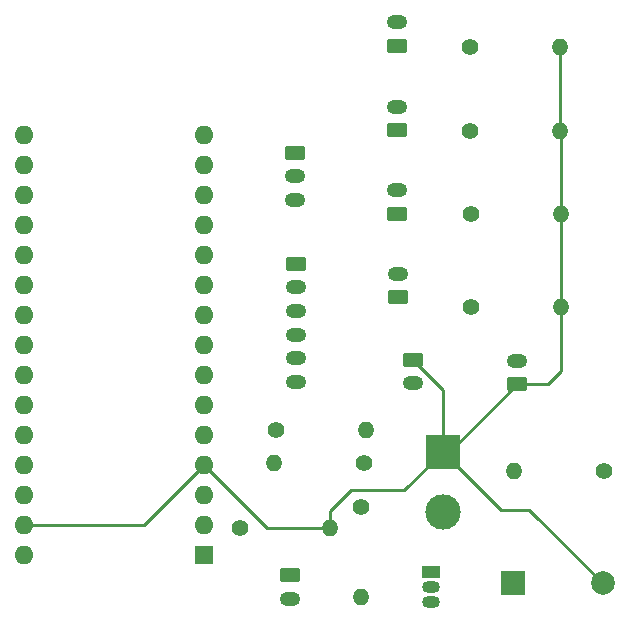
<source format=gbr>
%TF.GenerationSoftware,KiCad,Pcbnew,7.0.10*%
%TF.CreationDate,2024-06-28T17:48:14-04:00*%
%TF.ProjectId,LaserTank,4c617365-7254-4616-9e6b-2e6b69636164,rev?*%
%TF.SameCoordinates,Original*%
%TF.FileFunction,Copper,L2,Bot*%
%TF.FilePolarity,Positive*%
%FSLAX46Y46*%
G04 Gerber Fmt 4.6, Leading zero omitted, Abs format (unit mm)*
G04 Created by KiCad (PCBNEW 7.0.10) date 2024-06-28 17:48:14*
%MOMM*%
%LPD*%
G01*
G04 APERTURE LIST*
G04 Aperture macros list*
%AMRoundRect*
0 Rectangle with rounded corners*
0 $1 Rounding radius*
0 $2 $3 $4 $5 $6 $7 $8 $9 X,Y pos of 4 corners*
0 Add a 4 corners polygon primitive as box body*
4,1,4,$2,$3,$4,$5,$6,$7,$8,$9,$2,$3,0*
0 Add four circle primitives for the rounded corners*
1,1,$1+$1,$2,$3*
1,1,$1+$1,$4,$5*
1,1,$1+$1,$6,$7*
1,1,$1+$1,$8,$9*
0 Add four rect primitives between the rounded corners*
20,1,$1+$1,$2,$3,$4,$5,0*
20,1,$1+$1,$4,$5,$6,$7,0*
20,1,$1+$1,$6,$7,$8,$9,0*
20,1,$1+$1,$8,$9,$2,$3,0*%
G04 Aperture macros list end*
%TA.AperFunction,ComponentPad*%
%ADD10O,1.750000X1.200000*%
%TD*%
%TA.AperFunction,ComponentPad*%
%ADD11RoundRect,0.250000X0.625000X-0.350000X0.625000X0.350000X-0.625000X0.350000X-0.625000X-0.350000X0*%
%TD*%
%TA.AperFunction,ComponentPad*%
%ADD12C,3.000000*%
%TD*%
%TA.AperFunction,ComponentPad*%
%ADD13R,3.000000X3.000000*%
%TD*%
%TA.AperFunction,ComponentPad*%
%ADD14O,1.500000X1.050000*%
%TD*%
%TA.AperFunction,ComponentPad*%
%ADD15R,1.500000X1.050000*%
%TD*%
%TA.AperFunction,ComponentPad*%
%ADD16C,1.400000*%
%TD*%
%TA.AperFunction,ComponentPad*%
%ADD17O,1.400000X1.400000*%
%TD*%
%TA.AperFunction,ComponentPad*%
%ADD18RoundRect,0.250000X-0.625000X0.350000X-0.625000X-0.350000X0.625000X-0.350000X0.625000X0.350000X0*%
%TD*%
%TA.AperFunction,ComponentPad*%
%ADD19R,2.000000X2.000000*%
%TD*%
%TA.AperFunction,ComponentPad*%
%ADD20C,2.000000*%
%TD*%
%TA.AperFunction,ComponentPad*%
%ADD21R,1.600000X1.600000*%
%TD*%
%TA.AperFunction,ComponentPad*%
%ADD22O,1.600000X1.600000*%
%TD*%
%TA.AperFunction,Conductor*%
%ADD23C,0.250000*%
%TD*%
G04 APERTURE END LIST*
D10*
%TO.P,J1,2,Pin_2*%
%TO.N,Net-(A1-+5V)*%
X139120000Y-100300000D03*
D11*
%TO.P,J1,1,Pin_1*%
%TO.N,Net-(A1-A0)*%
X139120000Y-102300000D03*
%TD*%
D12*
%TO.P,J11,2,Pin_2*%
%TO.N,Net-(J11-Pin_2)*%
X142930000Y-120430000D03*
D13*
%TO.P,J11,1,Pin_1*%
%TO.N,GND*%
X142930000Y-115350000D03*
%TD*%
D11*
%TO.P,J17,1,Pin_1*%
%TO.N,GND*%
X149230000Y-109640000D03*
D10*
%TO.P,J17,2,Pin_2*%
%TO.N,Net-(A1-+5V)*%
X149230000Y-107640000D03*
%TD*%
D14*
%TO.P,Q1,3,C*%
%TO.N,Net-(Q1-C)*%
X141990000Y-128080000D03*
%TO.P,Q1,2,B*%
%TO.N,Net-(Q1-B)*%
X141990000Y-126810000D03*
D15*
%TO.P,Q1,1,E*%
%TO.N,Net-(J11-Pin_2)*%
X141990000Y-125540000D03*
%TD*%
D16*
%TO.P,R5,1*%
%TO.N,Net-(A1-A0)*%
X145340000Y-103140000D03*
D17*
%TO.P,R5,2*%
%TO.N,GND*%
X152960000Y-103140000D03*
%TD*%
D16*
%TO.P,R1,1*%
%TO.N,Net-(A1-D0{slash}RX)*%
X125800000Y-121820000D03*
D17*
%TO.P,R1,2*%
%TO.N,GND*%
X133420000Y-121820000D03*
%TD*%
D10*
%TO.P,J9,2,Pin_2*%
%TO.N,Net-(A1-+5V)*%
X130010000Y-127810000D03*
D18*
%TO.P,J9,1,Pin_1*%
%TO.N,Net-(A1-D0{slash}RX)*%
X130010000Y-125810000D03*
%TD*%
D10*
%TO.P,J13,2,Pin_2*%
%TO.N,Net-(J13-Pin_2)*%
X140400000Y-109580000D03*
D18*
%TO.P,J13,1,Pin_1*%
%TO.N,GND*%
X140400000Y-107580000D03*
%TD*%
%TO.P,J15,1,Pin_1*%
%TO.N,Net-(A1-D9)*%
X130500000Y-99440000D03*
D10*
%TO.P,J15,2,Pin_2*%
%TO.N,Net-(A1-D8)*%
X130500000Y-101440000D03*
%TO.P,J15,3,Pin_3*%
%TO.N,Net-(A1-D7)*%
X130500000Y-103440000D03*
%TO.P,J15,4,Pin_4*%
%TO.N,Net-(A1-D6)*%
X130500000Y-105440000D03*
%TO.P,J15,5,Pin_5*%
%TO.N,Net-(A1-D5)*%
X130500000Y-107440000D03*
%TO.P,J15,6,Pin_6*%
%TO.N,Net-(A1-D4)*%
X130500000Y-109440000D03*
%TD*%
%TO.P,J16,3,Pin_3*%
%TO.N,Net-(A1-D13)*%
X130470000Y-94050000D03*
%TO.P,J16,2,Pin_2*%
%TO.N,Net-(A1-D11)*%
X130470000Y-92050000D03*
D18*
%TO.P,J16,1,Pin_1*%
%TO.N,Net-(A1-D12)*%
X130470000Y-90050000D03*
%TD*%
D17*
%TO.P,R4,2*%
%TO.N,Net-(J13-Pin_2)*%
X136480000Y-113480000D03*
D16*
%TO.P,R4,1*%
%TO.N,Net-(A1-D3)*%
X128860000Y-113480000D03*
%TD*%
D17*
%TO.P,R9,2*%
%TO.N,Net-(Q1-C)*%
X149020000Y-117000000D03*
D16*
%TO.P,R9,1*%
%TO.N,Net-(A1-+5V)*%
X156640000Y-117000000D03*
%TD*%
D19*
%TO.P,LS1,1,1*%
%TO.N,Net-(LS1-Pad1)*%
X148900000Y-126510000D03*
D20*
%TO.P,LS1,2,2*%
%TO.N,GND*%
X156500000Y-126510000D03*
%TD*%
D17*
%TO.P,R2,2*%
%TO.N,Net-(LS1-Pad1)*%
X136000000Y-127620000D03*
D16*
%TO.P,R2,1*%
%TO.N,Net-(A1-D10)*%
X136000000Y-120000000D03*
%TD*%
D17*
%TO.P,R6,2*%
%TO.N,GND*%
X152930000Y-95200000D03*
D16*
%TO.P,R6,1*%
%TO.N,Net-(A1-A1)*%
X145310000Y-95200000D03*
%TD*%
D11*
%TO.P,J7,1,Pin_1*%
%TO.N,Net-(A1-A3)*%
X139040000Y-80970000D03*
D10*
%TO.P,J7,2,Pin_2*%
%TO.N,Net-(A1-+5V)*%
X139040000Y-78970000D03*
%TD*%
D21*
%TO.P,A1,1,D1/TX*%
%TO.N,unconnected-(A1-D1{slash}TX-Pad1)*%
X122770000Y-124120000D03*
D22*
%TO.P,A1,2,D0/RX*%
%TO.N,Net-(A1-D0{slash}RX)*%
X122770000Y-121580000D03*
%TO.P,A1,3,~{RESET}*%
%TO.N,unconnected-(A1-~{RESET}-Pad3)*%
X122770000Y-119040000D03*
%TO.P,A1,4,GND*%
%TO.N,GND*%
X122770000Y-116500000D03*
%TO.P,A1,5,D2*%
%TO.N,Net-(A1-D2)*%
X122770000Y-113960000D03*
%TO.P,A1,6,D3*%
%TO.N,Net-(A1-D3)*%
X122770000Y-111420000D03*
%TO.P,A1,7,D4*%
%TO.N,Net-(A1-D4)*%
X122770000Y-108880000D03*
%TO.P,A1,8,D5*%
%TO.N,Net-(A1-D5)*%
X122770000Y-106340000D03*
%TO.P,A1,9,D6*%
%TO.N,Net-(A1-D6)*%
X122770000Y-103800000D03*
%TO.P,A1,10,D7*%
%TO.N,Net-(A1-D7)*%
X122770000Y-101260000D03*
%TO.P,A1,11,D8*%
%TO.N,Net-(A1-D8)*%
X122770000Y-98720000D03*
%TO.P,A1,12,D9*%
%TO.N,Net-(A1-D9)*%
X122770000Y-96180000D03*
%TO.P,A1,13,D10*%
%TO.N,Net-(A1-D10)*%
X122770000Y-93640000D03*
%TO.P,A1,14,D11*%
%TO.N,Net-(A1-D11)*%
X122770000Y-91100000D03*
%TO.P,A1,15,D12*%
%TO.N,Net-(A1-D12)*%
X122770000Y-88560000D03*
%TO.P,A1,16,D13*%
%TO.N,Net-(A1-D13)*%
X107530000Y-88560000D03*
%TO.P,A1,17,3V3*%
%TO.N,unconnected-(A1-3V3-Pad17)*%
X107530000Y-91100000D03*
%TO.P,A1,18,AREF*%
%TO.N,unconnected-(A1-AREF-Pad18)*%
X107530000Y-93640000D03*
%TO.P,A1,19,A0*%
%TO.N,Net-(A1-A0)*%
X107530000Y-96180000D03*
%TO.P,A1,20,A1*%
%TO.N,Net-(A1-A1)*%
X107530000Y-98720000D03*
%TO.P,A1,21,A2*%
%TO.N,Net-(A1-A2)*%
X107530000Y-101260000D03*
%TO.P,A1,22,A3*%
%TO.N,Net-(A1-A3)*%
X107530000Y-103800000D03*
%TO.P,A1,23,A4*%
%TO.N,unconnected-(A1-A4-Pad23)*%
X107530000Y-106340000D03*
%TO.P,A1,24,A5*%
%TO.N,unconnected-(A1-A5-Pad24)*%
X107530000Y-108880000D03*
%TO.P,A1,25,A6*%
%TO.N,unconnected-(A1-A6-Pad25)*%
X107530000Y-111420000D03*
%TO.P,A1,26,A7*%
%TO.N,unconnected-(A1-A7-Pad26)*%
X107530000Y-113960000D03*
%TO.P,A1,27,+5V*%
%TO.N,Net-(A1-+5V)*%
X107530000Y-116500000D03*
%TO.P,A1,28,~{RESET}*%
%TO.N,unconnected-(A1-~{RESET}-Pad28)*%
X107530000Y-119040000D03*
%TO.P,A1,29,GND*%
%TO.N,GND*%
X107530000Y-121580000D03*
%TO.P,A1,30,VIN*%
%TO.N,Net-(A1-+5V)*%
X107530000Y-124120000D03*
%TD*%
D17*
%TO.P,R7,2*%
%TO.N,GND*%
X152910000Y-88200000D03*
D16*
%TO.P,R7,1*%
%TO.N,Net-(A1-A2)*%
X145290000Y-88200000D03*
%TD*%
D17*
%TO.P,R3,2*%
%TO.N,Net-(A1-D2)*%
X128690000Y-116330000D03*
D16*
%TO.P,R3,1*%
%TO.N,Net-(Q1-B)*%
X136310000Y-116330000D03*
%TD*%
D10*
%TO.P,J3,2,Pin_2*%
%TO.N,Net-(A1-+5V)*%
X139080000Y-93240000D03*
D11*
%TO.P,J3,1,Pin_1*%
%TO.N,Net-(A1-A1)*%
X139080000Y-95240000D03*
%TD*%
D10*
%TO.P,J5,2,Pin_2*%
%TO.N,Net-(A1-+5V)*%
X139040000Y-86150000D03*
D11*
%TO.P,J5,1,Pin_1*%
%TO.N,Net-(A1-A2)*%
X139040000Y-88150000D03*
%TD*%
D17*
%TO.P,R8,2*%
%TO.N,GND*%
X152850000Y-81070000D03*
D16*
%TO.P,R8,1*%
%TO.N,Net-(A1-A3)*%
X145230000Y-81070000D03*
%TD*%
D23*
%TO.N,GND*%
X152910000Y-81130000D02*
X152850000Y-81070000D01*
X152910000Y-88200000D02*
X152910000Y-81130000D01*
X152930000Y-88220000D02*
X152910000Y-88200000D01*
X152930000Y-95200000D02*
X152930000Y-88220000D01*
X152960000Y-95230000D02*
X152930000Y-95200000D01*
X152960000Y-103140000D02*
X152960000Y-95230000D01*
X152960000Y-108500000D02*
X152960000Y-103140000D01*
X151880000Y-109640000D02*
X152990000Y-108530000D01*
X149230000Y-109640000D02*
X151880000Y-109640000D01*
X152990000Y-108530000D02*
X152960000Y-108500000D01*
X143520000Y-115350000D02*
X149230000Y-109640000D01*
X142930000Y-115350000D02*
X143520000Y-115350000D01*
X142930000Y-115350000D02*
X142930000Y-110110000D01*
X142930000Y-110110000D02*
X140400000Y-107580000D01*
X150270000Y-120280000D02*
X156500000Y-126510000D01*
X147860000Y-120280000D02*
X150270000Y-120280000D01*
X142930000Y-115350000D02*
X147860000Y-120280000D01*
X139680000Y-118600000D02*
X142930000Y-115350000D01*
X135160000Y-118600000D02*
X139680000Y-118600000D01*
X133420000Y-120340000D02*
X135160000Y-118600000D01*
X133420000Y-121820000D02*
X133420000Y-120340000D01*
X128090000Y-121820000D02*
X133420000Y-121820000D01*
X122770000Y-116500000D02*
X128090000Y-121820000D01*
X117690000Y-121580000D02*
X122770000Y-116500000D01*
X107530000Y-121580000D02*
X117690000Y-121580000D01*
%TD*%
M02*

</source>
